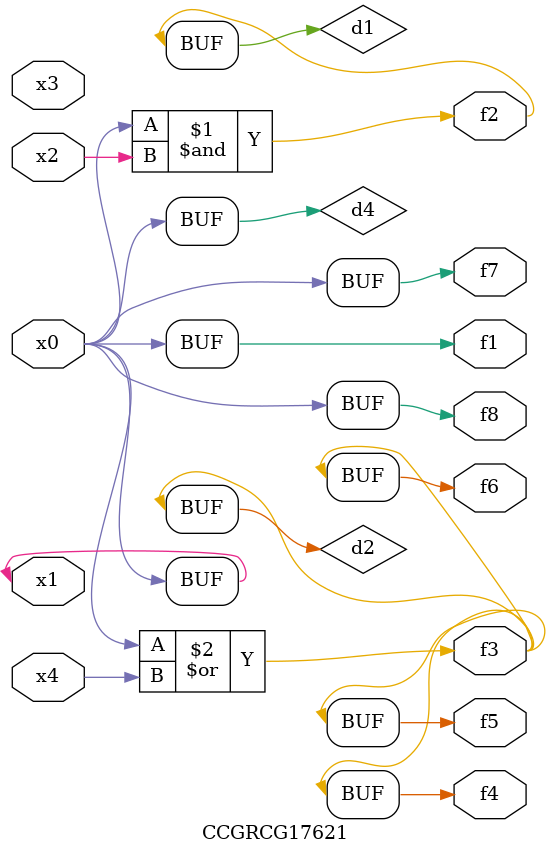
<source format=v>
module CCGRCG17621(
	input x0, x1, x2, x3, x4,
	output f1, f2, f3, f4, f5, f6, f7, f8
);

	wire d1, d2, d3, d4;

	and (d1, x0, x2);
	or (d2, x0, x4);
	nand (d3, x0, x2);
	buf (d4, x0, x1);
	assign f1 = d4;
	assign f2 = d1;
	assign f3 = d2;
	assign f4 = d2;
	assign f5 = d2;
	assign f6 = d2;
	assign f7 = d4;
	assign f8 = d4;
endmodule

</source>
